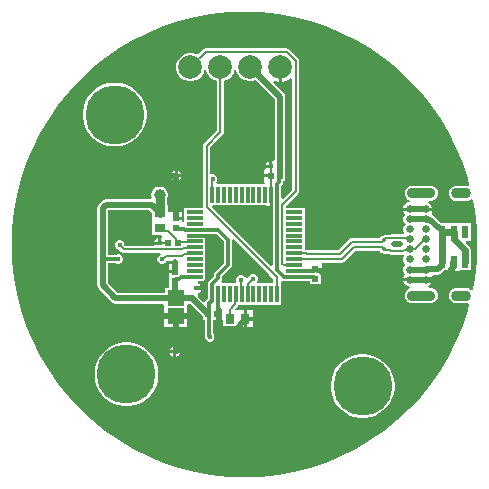
<source format=gbl>
G04*
G04 #@! TF.GenerationSoftware,Altium Limited,Altium Designer,24.5.2 (23)*
G04*
G04 Layer_Physical_Order=2*
G04 Layer_Color=16711680*
%FSLAX44Y44*%
%MOMM*%
G71*
G04*
G04 #@! TF.SameCoordinates,BBD7BA97-53B7-428A-B693-6A0B443125F4*
G04*
G04*
G04 #@! TF.FilePolarity,Positive*
G04*
G01*
G75*
%ADD12C,0.2000*%
%ADD16R,0.5200X0.5200*%
%ADD26R,0.5200X0.5200*%
G04:AMPARAMS|DCode=37|XSize=0.9mm|YSize=1.7mm|CornerRadius=0.45mm|HoleSize=0mm|Usage=FLASHONLY|Rotation=90.000|XOffset=0mm|YOffset=0mm|HoleType=Round|Shape=RoundedRectangle|*
%AMROUNDEDRECTD37*
21,1,0.9000,0.8000,0,0,90.0*
21,1,0.0000,1.7000,0,0,90.0*
1,1,0.9000,0.4000,0.0000*
1,1,0.9000,0.4000,0.0000*
1,1,0.9000,-0.4000,0.0000*
1,1,0.9000,-0.4000,0.0000*
%
%ADD37ROUNDEDRECTD37*%
G04:AMPARAMS|DCode=38|XSize=0.9mm|YSize=2.4mm|CornerRadius=0.45mm|HoleSize=0mm|Usage=FLASHONLY|Rotation=90.000|XOffset=0mm|YOffset=0mm|HoleType=Round|Shape=RoundedRectangle|*
%AMROUNDEDRECTD38*
21,1,0.9000,1.5000,0,0,90.0*
21,1,0.0000,2.4000,0,0,90.0*
1,1,0.9000,0.7500,0.0000*
1,1,0.9000,0.7500,0.0000*
1,1,0.9000,-0.7500,0.0000*
1,1,0.9000,-0.7500,0.0000*
%
%ADD38ROUNDEDRECTD38*%
%ADD39C,0.6500*%
%ADD45C,0.3000*%
%ADD46C,0.5000*%
%ADD49C,2.0000*%
%ADD50C,0.4000*%
%ADD51C,1.0000*%
%ADD52C,5.0000*%
%ADD53R,0.9500X0.8000*%
%ADD54R,0.6000X1.1000*%
G04:AMPARAMS|DCode=55|XSize=0.3mm|YSize=0.3mm|CornerRadius=0.0495mm|HoleSize=0mm|Usage=FLASHONLY|Rotation=90.000|XOffset=0mm|YOffset=0mm|HoleType=Round|Shape=RoundedRectangle|*
%AMROUNDEDRECTD55*
21,1,0.3000,0.2010,0,0,90.0*
21,1,0.2010,0.3000,0,0,90.0*
1,1,0.0990,0.1005,0.1005*
1,1,0.0990,0.1005,-0.1005*
1,1,0.0990,-0.1005,-0.1005*
1,1,0.0990,-0.1005,0.1005*
%
%ADD55ROUNDEDRECTD55*%
%ADD56R,0.8000X0.9500*%
%ADD57R,1.4562X1.3781*%
%ADD58R,1.4000X0.3000*%
%ADD59R,0.3000X1.4000*%
%ADD60C,0.5100*%
%ADD61C,0.8000*%
%ADD62C,0.6000*%
G36*
X1014068Y1196697D02*
X1028064Y1195192D01*
X1041918Y1192693D01*
X1055558Y1189212D01*
X1068914Y1184766D01*
X1081920Y1179379D01*
X1094508Y1173078D01*
X1106614Y1165895D01*
X1118177Y1157867D01*
X1129138Y1149034D01*
X1139441Y1139441D01*
X1149034Y1129138D01*
X1157867Y1118177D01*
X1165895Y1106614D01*
X1173078Y1094508D01*
X1179379Y1081920D01*
X1184766Y1068914D01*
X1189212Y1055558D01*
X1190442Y1050736D01*
X1189090Y1049565D01*
X1189047Y1049583D01*
X1187350Y1049806D01*
X1179350D01*
X1177653Y1049583D01*
X1176072Y1048928D01*
X1174714Y1047886D01*
X1173672Y1046528D01*
X1173017Y1044947D01*
X1172794Y1043250D01*
X1173017Y1041553D01*
X1173672Y1039972D01*
X1174714Y1038614D01*
X1176072Y1037572D01*
X1177653Y1036917D01*
X1179350Y1036694D01*
X1187350D01*
X1189047Y1036917D01*
X1190628Y1037572D01*
X1191702Y1038397D01*
X1192791Y1038193D01*
X1193425Y1037861D01*
X1195192Y1028064D01*
X1196697Y1014068D01*
X1197200Y1000000D01*
X1196697Y985932D01*
X1195192Y971936D01*
X1193425Y962139D01*
X1192791Y961807D01*
X1191702Y961603D01*
X1190628Y962428D01*
X1189047Y963083D01*
X1187350Y963306D01*
X1179350D01*
X1177653Y963083D01*
X1176072Y962428D01*
X1174714Y961386D01*
X1173672Y960028D01*
X1173017Y958447D01*
X1172794Y956750D01*
X1173017Y955053D01*
X1173672Y953472D01*
X1174714Y952114D01*
X1176072Y951072D01*
X1177653Y950417D01*
X1179350Y950194D01*
X1187350D01*
X1189047Y950417D01*
X1189090Y950435D01*
X1190442Y949264D01*
X1189212Y944442D01*
X1184766Y931086D01*
X1179379Y918080D01*
X1173078Y905492D01*
X1165895Y893386D01*
X1157867Y881823D01*
X1149034Y870862D01*
X1139441Y860559D01*
X1129138Y850966D01*
X1118177Y842133D01*
X1106614Y834105D01*
X1094508Y826922D01*
X1081920Y820621D01*
X1068914Y815234D01*
X1055558Y810788D01*
X1041918Y807307D01*
X1028064Y804808D01*
X1014068Y803303D01*
X1000000Y802800D01*
X985932Y803303D01*
X971936Y804808D01*
X958082Y807307D01*
X944442Y810788D01*
X931086Y815234D01*
X918080Y820621D01*
X905492Y826922D01*
X893386Y834105D01*
X881823Y842133D01*
X870862Y850966D01*
X860559Y860559D01*
X850966Y870862D01*
X842133Y881823D01*
X834105Y893386D01*
X826922Y905492D01*
X820621Y918080D01*
X815234Y931086D01*
X810788Y944442D01*
X807307Y958082D01*
X804808Y971936D01*
X803303Y985932D01*
X802800Y1000000D01*
X803303Y1014068D01*
X804808Y1028064D01*
X807307Y1041918D01*
X810788Y1055558D01*
X815234Y1068914D01*
X820621Y1081920D01*
X826922Y1094508D01*
X834105Y1106614D01*
X842133Y1118177D01*
X850966Y1129138D01*
X860559Y1139441D01*
X870862Y1149034D01*
X881823Y1157867D01*
X893386Y1165895D01*
X905492Y1173078D01*
X918080Y1179379D01*
X931086Y1184766D01*
X944442Y1189212D01*
X958082Y1192693D01*
X971936Y1195192D01*
X985932Y1196697D01*
X1000000Y1197200D01*
X1014068Y1196697D01*
D02*
G37*
%LPC*%
G36*
X1035785Y1166059D02*
X1035785Y1166059D01*
X967200D01*
X967200Y1166059D01*
X966029Y1165826D01*
X965037Y1165163D01*
X965037Y1165163D01*
X960242Y1160368D01*
X958832Y1161182D01*
X955780Y1162000D01*
X952620D01*
X949568Y1161182D01*
X946832Y1159602D01*
X944598Y1157368D01*
X943018Y1154632D01*
X942200Y1151580D01*
Y1148420D01*
X943018Y1145368D01*
X944598Y1142632D01*
X946832Y1140398D01*
X949568Y1138818D01*
X952620Y1138000D01*
X955780D01*
X958832Y1138818D01*
X961568Y1140398D01*
X963802Y1142632D01*
X965382Y1145368D01*
X966072Y1147942D01*
X967728D01*
X968418Y1145368D01*
X969998Y1142632D01*
X972232Y1140398D01*
X974968Y1138818D01*
X976541Y1138396D01*
Y1096510D01*
X965837Y1085806D01*
X965174Y1084814D01*
X964941Y1083643D01*
X964941Y1083643D01*
Y1031693D01*
X964941Y1031693D01*
X964373Y1031000D01*
X949000D01*
Y1024000D01*
Y1018050D01*
X948740Y1017847D01*
X947140Y1018627D01*
Y1020730D01*
X942000D01*
Y1022000D01*
X940730D01*
Y1027140D01*
X936860D01*
Y1027140D01*
X935500Y1027719D01*
Y1033000D01*
X934492D01*
Y1039245D01*
X934523Y1039298D01*
X935000Y1041078D01*
Y1042922D01*
X934523Y1044702D01*
X933601Y1046298D01*
X932298Y1047601D01*
X930702Y1048523D01*
X928922Y1049000D01*
X927078D01*
X925298Y1048523D01*
X923702Y1047601D01*
X922399Y1046298D01*
X921477Y1044702D01*
X921000Y1042922D01*
Y1041078D01*
X921312Y1039912D01*
X920489Y1038565D01*
X920184Y1038338D01*
X882386D01*
X880630Y1037989D01*
X879142Y1036994D01*
X876506Y1034358D01*
X875511Y1032870D01*
X875162Y1031114D01*
Y987500D01*
Y965386D01*
X875511Y963630D01*
X876506Y962142D01*
X887392Y951256D01*
X888880Y950261D01*
X890636Y949912D01*
X931115D01*
X931929Y948649D01*
Y940489D01*
X941750D01*
X951571D01*
Y948649D01*
X952150Y949548D01*
X953843Y949668D01*
X964400Y939111D01*
Y936400D01*
X966254D01*
Y922448D01*
X966500Y921213D01*
Y920704D01*
X967109Y919234D01*
X968234Y918109D01*
X969704Y917500D01*
X971296D01*
X972766Y918109D01*
X973891Y919234D01*
X974500Y920704D01*
Y922296D01*
X973891Y923766D01*
X973391Y924265D01*
Y935860D01*
X975730D01*
Y941000D01*
X978270D01*
Y935860D01*
X981500D01*
Y930500D01*
X992584D01*
X993960Y929960D01*
X994876Y929960D01*
X999230D01*
Y937250D01*
Y944540D01*
X994876D01*
X993960Y944540D01*
X992796Y944083D01*
X992168Y945600D01*
X994163Y947595D01*
X994826Y948587D01*
X994908Y949000D01*
X1031000D01*
Y967000D01*
X1031000D01*
X1030998Y968600D01*
X1031463Y968848D01*
X1033000Y969000D01*
D01*
X1033550Y968931D01*
X1054342D01*
X1054534Y968803D01*
X1055400Y968631D01*
Y966400D01*
X1064600D01*
Y973860D01*
X1065140D01*
Y977730D01*
X1060000D01*
Y980270D01*
X1065140D01*
Y984140D01*
X1066512Y984691D01*
X1082780D01*
X1082780Y984691D01*
X1083951Y984924D01*
X1084943Y985587D01*
X1094027Y994671D01*
X1114365D01*
X1114395Y994521D01*
X1114946Y993696D01*
X1115771Y993145D01*
X1116745Y992951D01*
X1116973D01*
X1117127Y992797D01*
X1117127Y992797D01*
X1118120Y992134D01*
X1119290Y991901D01*
X1119290Y991901D01*
X1122461D01*
X1122801Y991674D01*
X1123972Y991441D01*
X1134254D01*
X1134433Y991257D01*
X1134780Y990843D01*
X1135204Y989994D01*
X1134500Y988294D01*
Y986206D01*
X1135299Y984276D01*
X1136575Y983000D01*
X1135299Y981724D01*
X1134500Y979794D01*
Y977706D01*
X1135299Y975776D01*
X1136193Y974882D01*
X1134842Y973530D01*
X1134009Y971520D01*
X1139750D01*
Y968980D01*
X1134009D01*
X1134842Y966970D01*
X1136470Y965341D01*
X1138598Y964460D01*
X1139497D01*
X1139816Y962860D01*
X1138772Y962428D01*
X1137414Y961386D01*
X1136372Y960028D01*
X1135717Y958447D01*
X1135494Y956750D01*
X1135717Y955053D01*
X1136372Y953472D01*
X1137414Y952114D01*
X1138772Y951072D01*
X1140353Y950417D01*
X1142050Y950194D01*
X1157050D01*
X1158747Y950417D01*
X1160328Y951072D01*
X1161686Y952114D01*
X1162728Y953472D01*
X1163383Y955053D01*
X1163606Y956750D01*
X1163383Y958447D01*
X1162728Y960028D01*
X1161686Y961386D01*
X1160328Y962428D01*
X1158747Y963083D01*
X1157050Y963306D01*
X1155797D01*
X1155479Y964906D01*
X1156530Y965341D01*
X1158158Y966970D01*
X1158991Y968980D01*
X1153250D01*
Y971520D01*
X1158991D01*
X1158441Y972849D01*
X1159330Y974449D01*
X1163537D01*
X1165293Y974798D01*
X1166781Y975793D01*
X1168989Y978000D01*
X1171460D01*
Y977460D01*
X1175730D01*
Y985500D01*
X1178270D01*
Y977460D01*
X1182540D01*
Y978000D01*
X1191500D01*
Y985007D01*
X1191598Y985500D01*
Y994929D01*
X1191210Y996880D01*
X1190105Y998534D01*
X1187117Y1001522D01*
X1187729Y1003000D01*
X1191500D01*
Y1018000D01*
X1166489D01*
X1160281Y1024207D01*
X1159009Y1025058D01*
X1158695Y1025579D01*
X1158346Y1026922D01*
X1158991Y1028480D01*
X1153250D01*
Y1031020D01*
X1158991D01*
X1158158Y1033030D01*
X1156530Y1034659D01*
X1155479Y1035094D01*
X1155797Y1036694D01*
X1157050D01*
X1158747Y1036917D01*
X1160328Y1037572D01*
X1161686Y1038614D01*
X1162728Y1039972D01*
X1163383Y1041553D01*
X1163606Y1043250D01*
X1163383Y1044947D01*
X1162728Y1046528D01*
X1161686Y1047886D01*
X1160328Y1048928D01*
X1158747Y1049583D01*
X1157050Y1049806D01*
X1142050D01*
X1140353Y1049583D01*
X1138772Y1048928D01*
X1137414Y1047886D01*
X1136372Y1046528D01*
X1135717Y1044947D01*
X1135494Y1043250D01*
X1135717Y1041553D01*
X1136372Y1039972D01*
X1137414Y1038614D01*
X1138772Y1037572D01*
X1139816Y1037140D01*
X1139497Y1035540D01*
X1138598D01*
X1136470Y1034659D01*
X1134842Y1033030D01*
X1134009Y1031020D01*
X1139750D01*
Y1028480D01*
X1134009D01*
X1134842Y1026470D01*
X1136193Y1025118D01*
X1135299Y1024224D01*
X1134500Y1022294D01*
Y1020206D01*
X1135299Y1018276D01*
X1136575Y1017000D01*
X1135299Y1015724D01*
X1134500Y1013794D01*
Y1011706D01*
X1135204Y1010006D01*
X1134780Y1009157D01*
X1134432Y1008743D01*
X1134254Y1008559D01*
X1123972D01*
X1122801Y1008326D01*
X1122461Y1008099D01*
X1119290D01*
X1119290Y1008099D01*
X1118120Y1007866D01*
X1117127Y1007203D01*
X1117127Y1007203D01*
X1116973Y1007049D01*
X1116745D01*
X1115771Y1006855D01*
X1114946Y1006304D01*
X1114395Y1005479D01*
X1114365Y1005329D01*
X1090880D01*
X1089709Y1005096D01*
X1088717Y1004433D01*
X1088717Y1004433D01*
X1079632Y995349D01*
X1054096D01*
X1053040Y995559D01*
X1053040Y995559D01*
X1051000D01*
Y1009000D01*
Y1019000D01*
Y1031000D01*
X1035323D01*
X1035168Y1032600D01*
X1045563Y1042994D01*
X1045563Y1042994D01*
X1046226Y1043987D01*
X1046459Y1045157D01*
Y1155385D01*
X1046459Y1155385D01*
X1046226Y1156555D01*
X1045563Y1157548D01*
X1045563Y1157548D01*
X1037947Y1165163D01*
X1036955Y1165826D01*
X1035785Y1166059D01*
D02*
G37*
G36*
X892125Y1137000D02*
X887875D01*
X883678Y1136335D01*
X879636Y1135022D01*
X875849Y1133092D01*
X872411Y1130594D01*
X869406Y1127589D01*
X866908Y1124151D01*
X864978Y1120364D01*
X863665Y1116322D01*
X863000Y1112125D01*
Y1107875D01*
X863665Y1103678D01*
X864978Y1099636D01*
X866908Y1095849D01*
X869406Y1092411D01*
X872411Y1089406D01*
X875849Y1086908D01*
X879636Y1084978D01*
X883678Y1083665D01*
X887875Y1083000D01*
X892125D01*
X896322Y1083665D01*
X900364Y1084978D01*
X904151Y1086908D01*
X907589Y1089406D01*
X910594Y1092411D01*
X913092Y1095849D01*
X915022Y1099636D01*
X916335Y1103678D01*
X917000Y1107875D01*
Y1112125D01*
X916335Y1116322D01*
X915022Y1120364D01*
X913092Y1124151D01*
X910594Y1127589D01*
X907589Y1130594D01*
X904151Y1133092D01*
X900364Y1135022D01*
X896322Y1136335D01*
X892125Y1137000D01*
D02*
G37*
G36*
X943270Y1062388D02*
Y1059270D01*
X946388D01*
X945849Y1060572D01*
X944572Y1061849D01*
X943270Y1062388D01*
D02*
G37*
G36*
X940730D02*
X939428Y1061849D01*
X938151Y1060572D01*
X937612Y1059270D01*
X940730D01*
Y1062388D01*
D02*
G37*
G36*
X946388Y1056730D02*
X943270D01*
Y1053612D01*
X944572Y1054151D01*
X945849Y1055428D01*
X946388Y1056730D01*
D02*
G37*
G36*
X940730D02*
X937612D01*
X938151Y1055428D01*
X939428Y1054151D01*
X940730Y1053612D01*
Y1056730D01*
D02*
G37*
G36*
X947140Y1027140D02*
X943270D01*
Y1023270D01*
X947140D01*
Y1027140D01*
D02*
G37*
G36*
X1001770Y944540D02*
Y938520D01*
X1007040D01*
Y944540D01*
X1001770D01*
D02*
G37*
G36*
X1007040Y935980D02*
X1001770D01*
Y929960D01*
X1007040D01*
Y935980D01*
D02*
G37*
G36*
X951571Y937949D02*
X943020D01*
Y929788D01*
X951571D01*
Y937949D01*
D02*
G37*
G36*
X940480D02*
X931929D01*
Y929788D01*
X940480D01*
Y937949D01*
D02*
G37*
G36*
X942270Y913388D02*
Y910270D01*
X945388D01*
X944849Y911572D01*
X943572Y912849D01*
X942270Y913388D01*
D02*
G37*
G36*
X939730D02*
X938428Y912849D01*
X937151Y911572D01*
X936612Y910270D01*
X939730D01*
Y913388D01*
D02*
G37*
G36*
X945388Y907730D02*
X942270D01*
Y904612D01*
X943572Y905151D01*
X944849Y906428D01*
X945388Y907730D01*
D02*
G37*
G36*
X939730D02*
X936612D01*
X937151Y906428D01*
X938428Y905151D01*
X939730Y904612D01*
Y907730D01*
D02*
G37*
G36*
X902125Y917000D02*
X897875D01*
X893678Y916335D01*
X889636Y915022D01*
X885849Y913092D01*
X882411Y910594D01*
X879406Y907589D01*
X876908Y904151D01*
X874978Y900364D01*
X873665Y896322D01*
X873000Y892125D01*
Y887875D01*
X873665Y883678D01*
X874978Y879636D01*
X876908Y875849D01*
X879406Y872411D01*
X882411Y869406D01*
X885849Y866908D01*
X889636Y864978D01*
X893678Y863665D01*
X897875Y863000D01*
X902125D01*
X906322Y863665D01*
X910364Y864978D01*
X914151Y866908D01*
X917589Y869406D01*
X920594Y872411D01*
X923092Y875849D01*
X925022Y879636D01*
X926335Y883678D01*
X927000Y887875D01*
Y892125D01*
X926335Y896322D01*
X925022Y900364D01*
X923092Y904151D01*
X920594Y907589D01*
X917589Y910594D01*
X914151Y913092D01*
X910364Y915022D01*
X906322Y916335D01*
X902125Y917000D01*
D02*
G37*
G36*
X1102125Y907000D02*
X1097875D01*
X1093678Y906335D01*
X1089636Y905022D01*
X1085849Y903092D01*
X1082411Y900594D01*
X1079406Y897589D01*
X1076908Y894151D01*
X1074978Y890364D01*
X1073665Y886322D01*
X1073000Y882125D01*
Y877875D01*
X1073665Y873678D01*
X1074978Y869636D01*
X1076908Y865849D01*
X1079406Y862411D01*
X1082411Y859406D01*
X1085849Y856908D01*
X1089636Y854978D01*
X1093678Y853665D01*
X1097875Y853000D01*
X1102125D01*
X1106322Y853665D01*
X1110364Y854978D01*
X1114151Y856908D01*
X1117589Y859406D01*
X1120594Y862411D01*
X1123092Y865849D01*
X1125022Y869636D01*
X1126335Y873678D01*
X1127000Y877875D01*
Y882125D01*
X1126335Y886322D01*
X1125022Y890364D01*
X1123092Y894151D01*
X1120594Y897589D01*
X1117589Y900594D01*
X1114151Y903092D01*
X1110364Y905022D01*
X1106322Y906335D01*
X1102125Y907000D01*
D02*
G37*
%LPD*%
G36*
X1031670Y1137460D02*
X1032051D01*
X1035240Y1138315D01*
X1038100Y1139966D01*
X1038863Y1140729D01*
X1040341Y1140116D01*
Y1046424D01*
X1032547Y1038630D01*
X1031069Y1039242D01*
Y1049522D01*
X1031641Y1050095D01*
X1032415Y1051252D01*
X1032687Y1052618D01*
Y1053400D01*
X1034600D01*
Y1062600D01*
X1034588D01*
Y1125000D01*
X1034239Y1126756D01*
X1033244Y1128244D01*
X1024286Y1137202D01*
X1025269Y1138483D01*
X1025560Y1138315D01*
X1028749Y1137460D01*
X1029130D01*
Y1150000D01*
X1031670D01*
Y1137460D01*
D02*
G37*
G36*
X993818Y1145368D02*
X995398Y1142632D01*
X997632Y1140398D01*
X1000368Y1138818D01*
X1003420Y1138000D01*
X1006580D01*
X1009632Y1138818D01*
X1009671Y1138840D01*
X1025412Y1123100D01*
Y1071728D01*
X1023812Y1070658D01*
X1023620Y1070738D01*
Y1066350D01*
X1022350D01*
Y1065080D01*
X1017962D01*
X1018103Y1064740D01*
X1017049Y1063140D01*
X1016860D01*
Y1059270D01*
X1022000D01*
Y1056730D01*
X1016860D01*
Y1052860D01*
X1016860D01*
X1017098Y1051260D01*
X1016939Y1051000D01*
X976287D01*
X976007Y1052600D01*
X976391Y1052984D01*
X977000Y1054454D01*
Y1056046D01*
X976391Y1057516D01*
X975266Y1058641D01*
X973796Y1059250D01*
X972204D01*
X971059Y1060015D01*
Y1082376D01*
X981763Y1093080D01*
X981763Y1093080D01*
X982426Y1094073D01*
X982659Y1095243D01*
Y1138396D01*
X984232Y1138818D01*
X986968Y1140398D01*
X989202Y1142632D01*
X990782Y1145368D01*
X991472Y1147942D01*
X993128D01*
X993818Y1145368D01*
D02*
G37*
G36*
X1023770Y1032460D02*
X1023931D01*
Y982177D01*
X1022453Y981565D01*
X972618Y1031400D01*
X973281Y1033000D01*
X1018460D01*
Y1032460D01*
X1021230D01*
Y1042000D01*
X1023770D01*
Y1032460D01*
D02*
G37*
G36*
X922000Y1026511D02*
Y1021600D01*
X922000Y1021000D01*
X922000D01*
Y1020000D01*
X922000D01*
Y1008000D01*
X929525D01*
X930110Y1006640D01*
X929270Y1005866D01*
Y1001000D01*
X928000D01*
Y999730D01*
X923215D01*
X922700Y998959D01*
X899117D01*
X898250Y999826D01*
Y1000296D01*
X897641Y1001766D01*
X896516Y1002891D01*
X895046Y1003500D01*
X893454D01*
X891984Y1002891D01*
X890859Y1001766D01*
X890250Y1000296D01*
Y998704D01*
X890859Y997234D01*
X891984Y996109D01*
X893454Y995500D01*
X893924D01*
X895687Y993737D01*
X895687Y993737D01*
X896680Y993074D01*
X897850Y992841D01*
X928511D01*
X928830Y991241D01*
X927984Y990891D01*
X926859Y989766D01*
X926250Y988296D01*
Y986704D01*
X926859Y985234D01*
X927984Y984109D01*
X929454Y983500D01*
X931046D01*
X932516Y984109D01*
X933641Y985234D01*
X934145Y986451D01*
X934410Y986552D01*
X934732Y986505D01*
X935309Y986270D01*
X940750D01*
Y983730D01*
X936353D01*
X935610Y982140D01*
X935610D01*
Y978270D01*
X940750D01*
Y975730D01*
X935610D01*
Y971860D01*
X936150D01*
Y969197D01*
X936111Y969000D01*
Y963390D01*
X932469D01*
Y959088D01*
X892536D01*
X884338Y967287D01*
Y983931D01*
X886144D01*
X886144Y983931D01*
X891163D01*
X892204Y983500D01*
X893796D01*
X895266Y984109D01*
X896391Y985234D01*
X897000Y986704D01*
Y988296D01*
X896391Y989766D01*
X895266Y990891D01*
X893796Y991500D01*
X892204D01*
X891163Y991069D01*
X886144D01*
X886144Y991069D01*
X884338D01*
Y1029162D01*
X919350D01*
X922000Y1026511D01*
D02*
G37*
G36*
X1020825Y974542D02*
X1020837Y974523D01*
X1024441Y970919D01*
Y967000D01*
X1010920D01*
X1010257Y968600D01*
X1010391Y968734D01*
X1011000Y970204D01*
Y971796D01*
X1010391Y973266D01*
X1009266Y974391D01*
X1007796Y975000D01*
X1006204D01*
X1004734Y974391D01*
X1003609Y973266D01*
X1003000Y971796D01*
X1002246Y971462D01*
X1000433Y972166D01*
X1000391Y972266D01*
X999266Y973391D01*
X997796Y974000D01*
X996204D01*
X994734Y973391D01*
X993609Y972266D01*
X993000Y970796D01*
Y969204D01*
X993250Y968600D01*
X992253Y967000D01*
X981540D01*
Y967540D01*
X980609D01*
X980166Y969140D01*
X980797Y970084D01*
X981069Y971450D01*
Y973022D01*
X988523Y980477D01*
X989297Y981634D01*
X989569Y983000D01*
Y1003536D01*
X990748Y1004184D01*
X991124Y1004243D01*
X1020825Y974542D01*
D02*
G37*
G36*
X982431Y1002522D02*
Y984478D01*
X974977Y977023D01*
X974203Y975866D01*
X973931Y974500D01*
Y972928D01*
X969977Y968973D01*
X969203Y967815D01*
X969041Y967000D01*
X969000D01*
Y966795D01*
X968931Y966450D01*
Y953978D01*
X967577Y952623D01*
X966996Y951755D01*
X965754Y951387D01*
X965147Y951342D01*
X960865Y955624D01*
X960739Y956256D01*
X960254Y956982D01*
X960784Y958817D01*
X960797Y958830D01*
X961572Y959151D01*
X962849Y960428D01*
X963388Y961730D01*
X959000D01*
Y964270D01*
X963388D01*
X962849Y965572D01*
X961572Y966849D01*
X960241Y967400D01*
X960559Y969000D01*
X967000D01*
Y974000D01*
Y984000D01*
Y994000D01*
Y1003460D01*
X967540D01*
Y1006230D01*
X958000D01*
Y1008770D01*
X967540D01*
Y1008931D01*
X976022D01*
X982431Y1002522D01*
D02*
G37*
%LPC*%
G36*
X1021080Y1070738D02*
X1019778Y1070199D01*
X1018501Y1068922D01*
X1017962Y1067620D01*
X1021080D01*
Y1070738D01*
D02*
G37*
G36*
X926730Y1005388D02*
X925428Y1004849D01*
X924151Y1003572D01*
X923612Y1002270D01*
X926730D01*
Y1005388D01*
D02*
G37*
%LPD*%
D12*
X894250Y999500D02*
X897850Y995900D01*
X947093D01*
X948849Y992000D02*
X957500D01*
X933791Y990500D02*
X947349D01*
X930791Y987500D02*
X933791Y990500D01*
X930250Y987500D02*
X930791D01*
X957500Y992000D02*
X958000Y992500D01*
X947349Y990500D02*
X948849Y992000D01*
X957500Y997000D02*
X958000Y997500D01*
X948193Y997000D02*
X957500D01*
X947093Y995900D02*
X948193Y997000D01*
X1002621Y966621D02*
X1007000Y971000D01*
X1002500Y958000D02*
X1002621Y958121D01*
Y966621D01*
X997250Y958250D02*
X997500Y958000D01*
X997250Y958250D02*
Y969750D01*
X997000Y970000D02*
X997250Y969750D01*
X1022350Y1056640D02*
X1022425Y1056565D01*
X1022350Y1056640D02*
Y1066350D01*
X1043400Y1045157D02*
Y1155385D01*
X967200Y1163000D02*
X1035785D01*
X1043400Y1155385D01*
X968000Y1031692D02*
X1023000Y976693D01*
Y976686D02*
Y976693D01*
Y976686D02*
X1027500Y972186D01*
Y958000D02*
Y972186D01*
X935000Y1001250D02*
X935250Y1001500D01*
X928250Y1001250D02*
X935000D01*
X928000Y1001000D02*
X928250Y1001250D01*
X1032000Y983672D02*
Y1033757D01*
X1043400Y1045157D01*
X968000Y1031692D02*
Y1083643D01*
X979600Y1095243D01*
X1033172Y982500D02*
X1042000D01*
X1032000Y983672D02*
X1033172Y982500D01*
X935193Y1011000D02*
X941650Y1004543D01*
X931750Y1011000D02*
X935193D01*
X928750Y1014000D02*
X931750Y1011000D01*
X972750Y1042250D02*
Y1054750D01*
X973000Y1055000D01*
X972500Y1042000D02*
X972750Y1042250D01*
X1134278Y1005500D02*
X1134667Y1005111D01*
X1138889D01*
X1134278Y994500D02*
X1134667Y994889D01*
X1138889D01*
X1139839Y995839D01*
X1119290Y994960D02*
X1123512D01*
X1123972Y994500D01*
X1138889Y1005111D02*
X1139750Y1004250D01*
X1123512Y1005040D02*
X1123972Y1005500D01*
X1134278D01*
X1119290Y1005040D02*
X1123512D01*
X1123972Y994500D02*
X1134278D01*
X1116520Y1002270D02*
X1117750Y1003500D01*
X1119290Y1005040D01*
X979600Y1095243D02*
Y1150000D01*
X954200Y1150000D02*
X967200Y1163000D01*
X989000Y946757D02*
X992000Y949757D01*
Y957500D01*
X989000Y946500D02*
Y946757D01*
X987500Y945000D02*
X989000Y946500D01*
X1022425Y1042075D02*
Y1056565D01*
Y1042075D02*
X1022500Y1042000D01*
X941650Y1003100D02*
X943250Y1001500D01*
X941650Y1003100D02*
Y1004543D01*
X943750Y1002000D02*
X957500D01*
X943250Y1001500D02*
X943750Y1002000D01*
X957500D02*
X958000Y1002500D01*
X992000Y957500D02*
X992500Y958000D01*
X987500Y937250D02*
Y945000D01*
X1082780Y987750D02*
X1092760Y997730D01*
X1053000Y987500D02*
X1053250Y987750D01*
X1042000Y992500D02*
X1053040D01*
X1080900Y992290D02*
X1090880Y1002270D01*
X1053250Y987750D02*
X1082780D01*
X1042000Y987500D02*
X1053000D01*
X1053040Y992500D02*
X1053250Y992290D01*
X1080900D01*
X1090880Y1002270D02*
X1116520D01*
X1144500Y995839D02*
X1147000Y998339D01*
X1139839Y995839D02*
X1144500D01*
X1147000Y998339D02*
Y998339D01*
X1152911Y1004250D01*
X1153250D01*
X1092760Y997730D02*
X1116520D01*
X1117750Y996500D01*
X1119290Y994960D01*
D16*
X969000Y941000D02*
D03*
X977000D02*
D03*
X1030000Y1058000D02*
D03*
X1022000D02*
D03*
X943250Y1001500D02*
D03*
X935250D02*
D03*
D26*
X940750Y977000D02*
D03*
Y969000D02*
D03*
X942000Y1014000D02*
D03*
Y1022000D02*
D03*
X1060000Y971000D02*
D03*
Y979000D02*
D03*
D37*
X1183350Y956750D02*
D03*
Y1043250D02*
D03*
D38*
X1149550Y956750D02*
D03*
Y1043250D02*
D03*
D39*
X1139750Y970250D02*
D03*
Y978750D02*
D03*
Y987250D02*
D03*
Y995750D02*
D03*
Y1004250D02*
D03*
Y1012750D02*
D03*
Y1021250D02*
D03*
Y1029750D02*
D03*
X1153250D02*
D03*
Y1021250D02*
D03*
Y1012750D02*
D03*
Y1004250D02*
D03*
Y995750D02*
D03*
Y987250D02*
D03*
Y978750D02*
D03*
Y970250D02*
D03*
D45*
X892538Y987500D02*
X893000D01*
X886144Y987500D02*
X892538D01*
X879750Y987500D02*
X886144D01*
X892538Y987500D02*
X892538Y987500D01*
X886144D02*
X886144Y987500D01*
X969823Y922448D02*
Y940177D01*
X970500Y921500D02*
Y921771D01*
X969823Y922448D02*
X970500Y921771D01*
X959271Y963000D02*
X959377Y963107D01*
X962086D01*
X968500Y969521D01*
Y1005450D01*
X972500Y966450D02*
X977500Y971450D01*
X970100Y950100D02*
X972500Y952500D01*
X970100Y942100D02*
Y950100D01*
X972500Y952500D02*
Y966450D01*
X958000Y1007500D02*
X966450D01*
X968500Y1005450D01*
X977500Y971450D02*
Y974500D01*
X986000Y983000D01*
Y1004000D01*
X1029118Y1052618D02*
Y1057118D01*
X1027500Y1051000D02*
X1029118Y1052618D01*
X1027500Y978550D02*
Y1051000D01*
X1029118Y1057118D02*
X1030000Y1058000D01*
X969000Y941000D02*
X969823Y940177D01*
X969000Y941000D02*
X970100Y942100D01*
X1000500Y937250D02*
X1039250D01*
X1066100Y964100D01*
Y975050D01*
X1063250Y977900D02*
X1066100Y975050D01*
X1060000Y979000D02*
X1061100Y977900D01*
X1063250D01*
X1053900D02*
X1058900D01*
X1053500Y977500D02*
X1053900Y977900D01*
X1058900D02*
X1060000Y979000D01*
X1042000Y977500D02*
X1053500D01*
X1042000Y972500D02*
X1055500D01*
X1055900Y972100D02*
X1058900D01*
X1060000Y971000D01*
X1055500Y972500D02*
X1055900Y972100D01*
X1033550Y972500D02*
X1042000D01*
X977500Y1012500D02*
X986000Y1004000D01*
X1027500Y978550D02*
X1033550Y972500D01*
X958000Y1012500D02*
X977500D01*
X949550D02*
X958000D01*
X943050Y1012950D02*
X949100D01*
X949550Y1012500D01*
X942000Y1014000D02*
X943050Y1012950D01*
X942350Y970600D02*
X944600D01*
X940750Y969000D02*
X942350Y970600D01*
X977500Y945500D02*
Y958000D01*
Y945500D02*
X978500Y944500D01*
X946500Y972500D02*
X958000D01*
X944600Y970600D02*
X946500Y972500D01*
D46*
X940750Y977000D02*
Y985000D01*
X879750Y987500D02*
Y1031114D01*
Y965386D02*
Y987500D01*
X1030000Y1058000D02*
Y1125000D01*
X1005000Y1150000D02*
X1030000Y1125000D01*
X941750Y939219D02*
X956781D01*
X963823Y918985D02*
Y932177D01*
X956781Y939219D02*
X963823Y932177D01*
X956500Y953500D02*
X969000Y941000D01*
X956500Y953500D02*
Y954500D01*
X967808Y915000D02*
X973192D01*
X976500Y931136D02*
X977000Y930636D01*
X963823Y918985D02*
X967808Y915000D01*
X977000Y918808D02*
Y930636D01*
X973192Y915000D02*
X977000Y918808D01*
X914250Y927250D02*
X926219Y939219D01*
X941750D01*
X872750Y930179D02*
X875679Y927250D01*
X914250D01*
X872750Y930179D02*
Y1034014D01*
X896737Y1058000D02*
X942000D01*
X872750Y1034014D02*
X896737Y1058000D01*
X941750Y909750D02*
Y939219D01*
X941000Y909000D02*
X941750Y909750D01*
X942000Y1022000D02*
Y1058000D01*
X928000Y1027000D02*
X928375D01*
X978500Y931136D02*
Y944500D01*
X993364Y928000D02*
X996000Y930636D01*
Y932000D01*
X978500Y931136D02*
X981636Y928000D01*
X993364D01*
X996000Y932000D02*
X1000500Y936500D01*
Y937250D01*
X921250Y1033750D02*
X928000Y1027000D01*
X882386Y1033750D02*
X921250D01*
X879750Y965386D02*
X890636Y954500D01*
X941750D01*
X879750Y1031114D02*
X882386Y1033750D01*
X941750Y954500D02*
X956500D01*
X1126250Y1000000D02*
X1132000D01*
X1139750Y970250D02*
X1153250D01*
X1153537Y1020963D02*
X1157037D01*
X1153250Y1021250D02*
X1153537Y1020963D01*
X1157037D02*
X1164500Y1013500D01*
X1153537Y979037D02*
X1163537D01*
X1167500Y983000D01*
X1153250Y978750D02*
X1153537Y979037D01*
X1167500Y983000D02*
Y985500D01*
X1176500Y979636D02*
Y985000D01*
X1177000Y985500D01*
X1153250Y970250D02*
X1167114D01*
X1176500Y979636D01*
X1139750Y1021250D02*
X1153250D01*
X1139750Y978750D02*
X1153250D01*
X1139750Y1029750D02*
X1153250D01*
D49*
X1030400Y1150000D02*
D03*
X1005000D02*
D03*
X954200Y1150000D02*
D03*
X979600Y1150000D02*
D03*
D50*
X894250Y999500D02*
D03*
X893000Y987500D02*
D03*
X930250Y987500D02*
D03*
X940750Y985000D02*
D03*
X970500Y921500D02*
D03*
X959000Y963000D02*
D03*
X1007000Y971000D02*
D03*
X997000Y970000D02*
D03*
X1022350Y1066350D02*
D03*
X941000Y909000D02*
D03*
X942000Y1058000D02*
D03*
X928000Y1001000D02*
D03*
X973000Y1055250D02*
D03*
X1132000Y1000000D02*
D03*
D51*
X928000Y1042000D02*
D03*
D52*
X900000Y890000D02*
D03*
X890000Y1110000D02*
D03*
X1100000Y880000D02*
D03*
D53*
X928750Y1027000D02*
D03*
Y1014000D02*
D03*
D54*
X1186500Y985500D02*
D03*
X1177000D02*
D03*
X1167500D02*
D03*
Y1010500D02*
D03*
X1186500D02*
D03*
X1177000D02*
D03*
D55*
X1117750Y996500D02*
D03*
X1126250Y1000000D02*
D03*
X1117750Y1003500D02*
D03*
D56*
X987500Y937250D02*
D03*
X1000500D02*
D03*
D57*
X941750Y954500D02*
D03*
Y939219D02*
D03*
D58*
X958000Y972500D02*
D03*
Y977500D02*
D03*
Y982500D02*
D03*
Y987500D02*
D03*
Y992500D02*
D03*
Y997500D02*
D03*
Y1002500D02*
D03*
Y1007500D02*
D03*
Y1012500D02*
D03*
Y1017500D02*
D03*
Y1022500D02*
D03*
Y1027500D02*
D03*
X1042000D02*
D03*
Y1022500D02*
D03*
Y1017500D02*
D03*
Y1012500D02*
D03*
Y1007500D02*
D03*
Y1002500D02*
D03*
Y997500D02*
D03*
Y992500D02*
D03*
Y987500D02*
D03*
Y982500D02*
D03*
Y977500D02*
D03*
Y972500D02*
D03*
D59*
X972500Y1042000D02*
D03*
X977500D02*
D03*
X982500D02*
D03*
X987500D02*
D03*
X992500D02*
D03*
X997500D02*
D03*
X1002500D02*
D03*
X1007500D02*
D03*
X1012500D02*
D03*
X1017500D02*
D03*
X1022500D02*
D03*
X1027500D02*
D03*
Y958000D02*
D03*
X1022500D02*
D03*
X1017500D02*
D03*
X1012500D02*
D03*
X1007500D02*
D03*
X1002500D02*
D03*
X997500D02*
D03*
X992500D02*
D03*
X987500D02*
D03*
X982500D02*
D03*
X977500D02*
D03*
X972500D02*
D03*
D60*
X940750Y955500D02*
Y969000D01*
Y955500D02*
X941750Y954500D01*
D61*
X928375Y1027000D02*
X928750D01*
X928000Y1042000D02*
X928375Y1041625D01*
Y1027000D02*
Y1041625D01*
D62*
X1167500Y1010500D02*
X1177000D01*
Y1004429D02*
X1186500Y994929D01*
Y985500D02*
Y994929D01*
X1177000Y1004429D02*
Y1010500D01*
X1167500Y985500D02*
Y1010500D01*
M02*

</source>
